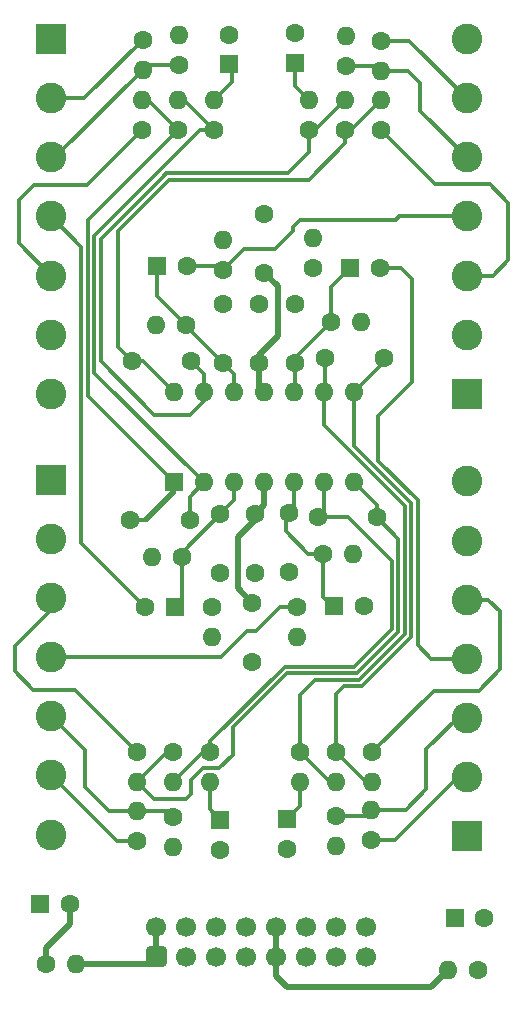
<source format=gbr>
%TF.GenerationSoftware,KiCad,Pcbnew,(5.1.7)-1*%
%TF.CreationDate,2020-11-12T11:31:23+03:00*%
%TF.ProjectId,stomp adapter,73746f6d-7020-4616-9461-707465722e6b,rev?*%
%TF.SameCoordinates,Original*%
%TF.FileFunction,Copper,L1,Top*%
%TF.FilePolarity,Positive*%
%FSLAX46Y46*%
G04 Gerber Fmt 4.6, Leading zero omitted, Abs format (unit mm)*
G04 Created by KiCad (PCBNEW (5.1.7)-1) date 2020-11-12 11:31:23*
%MOMM*%
%LPD*%
G01*
G04 APERTURE LIST*
%TA.AperFunction,ComponentPad*%
%ADD10C,1.600000*%
%TD*%
%TA.AperFunction,ComponentPad*%
%ADD11R,1.600000X1.600000*%
%TD*%
%TA.AperFunction,ComponentPad*%
%ADD12C,2.600000*%
%TD*%
%TA.AperFunction,ComponentPad*%
%ADD13R,2.600000X2.600000*%
%TD*%
%TA.AperFunction,ComponentPad*%
%ADD14C,1.700000*%
%TD*%
%TA.AperFunction,ComponentPad*%
%ADD15O,1.600000X1.600000*%
%TD*%
%TA.AperFunction,Conductor*%
%ADD16C,0.350000*%
%TD*%
%TA.AperFunction,Conductor*%
%ADD17C,0.500000*%
%TD*%
%TA.AperFunction,Conductor*%
%ADD18C,0.250000*%
%TD*%
G04 APERTURE END LIST*
D10*
%TO.P,C17,2*%
%TO.N,Net-(C17-Pad2)*%
X36510000Y-106020000D03*
D11*
%TO.P,C17,1*%
%TO.N,GND*%
X34010000Y-106020000D03*
%TD*%
D10*
%TO.P,C4,2*%
%TO.N,Net-(C4-Pad2)*%
X46410000Y-51990000D03*
D11*
%TO.P,C4,1*%
%TO.N,Net-(C12-Pad1)*%
X43910000Y-51990000D03*
%TD*%
D10*
%TO.P,C7,2*%
%TO.N,GND*%
X54910000Y-101310000D03*
D11*
%TO.P,C7,1*%
%TO.N,Net-(C7-Pad1)*%
X54910000Y-98810000D03*
%TD*%
D10*
%TO.P,C5,2*%
%TO.N,GND*%
X49990000Y-32390000D03*
D11*
%TO.P,C5,1*%
%TO.N,Net-(C5-Pad1)*%
X49990000Y-34890000D03*
%TD*%
D10*
%TO.P,C1,2*%
%TO.N,Net-(C1-Pad2)*%
X42900000Y-80890000D03*
D11*
%TO.P,C1,1*%
%TO.N,Net-(C1-Pad1)*%
X45400000Y-80890000D03*
%TD*%
D10*
%TO.P,C20,2*%
%TO.N,GND*%
X71600000Y-107200000D03*
D11*
%TO.P,C20,1*%
%TO.N,Net-(C20-Pad1)*%
X69100000Y-107200000D03*
%TD*%
D10*
%TO.P,C3,2*%
%TO.N,Net-(C3-Pad2)*%
X62740000Y-52150000D03*
D11*
%TO.P,C3,1*%
%TO.N,Net-(C11-Pad1)*%
X60240000Y-52150000D03*
%TD*%
D10*
%TO.P,C8,2*%
%TO.N,GND*%
X55620000Y-32280000D03*
D11*
%TO.P,C8,1*%
%TO.N,Net-(C8-Pad1)*%
X55620000Y-34780000D03*
%TD*%
D10*
%TO.P,C6,2*%
%TO.N,GND*%
X49260000Y-101390000D03*
D11*
%TO.P,C6,1*%
%TO.N,Net-(C6-Pad1)*%
X49260000Y-98890000D03*
%TD*%
D10*
%TO.P,C2,2*%
%TO.N,Net-(C2-Pad2)*%
X61380000Y-80780000D03*
D11*
%TO.P,C2,1*%
%TO.N,Net-(C10-Pad1)*%
X58880000Y-80780000D03*
%TD*%
D12*
%TO.P,J13,7*%
%TO.N,GND*%
X34930000Y-62790000D03*
%TO.P,J13,6*%
%TO.N,Net-(J13-Pad6)*%
X34930000Y-57790000D03*
%TO.P,J13,5*%
%TO.N,Net-(J13-Pad5)*%
X34930000Y-52790000D03*
%TO.P,J13,4*%
%TO.N,Net-(C1-Pad2)*%
X34930000Y-47790000D03*
%TO.P,J13,3*%
%TO.N,Net-(J13-Pad3)*%
X34930000Y-42790000D03*
%TO.P,J13,2*%
%TO.N,Net-(J13-Pad2)*%
X34930000Y-37790000D03*
D13*
%TO.P,J13,1*%
%TO.N,Net-(J1-PadT)*%
X34930000Y-32790000D03*
%TD*%
%TO.P,J14,1*%
%TO.N,GND*%
X34930000Y-70120000D03*
D12*
%TO.P,J14,2*%
%TO.N,Net-(J14-Pad2)*%
X34930000Y-75120000D03*
%TO.P,J14,3*%
%TO.N,Net-(J14-Pad3)*%
X34930000Y-80120000D03*
%TO.P,J14,4*%
%TO.N,Net-(C2-Pad2)*%
X34930000Y-85120000D03*
%TO.P,J14,5*%
%TO.N,Net-(J14-Pad5)*%
X34930000Y-90120000D03*
%TO.P,J14,6*%
%TO.N,Net-(J14-Pad6)*%
X34930000Y-95120000D03*
%TO.P,J14,7*%
%TO.N,Net-(J14-Pad7)*%
X34930000Y-100120000D03*
%TD*%
%TO.P,J15,7*%
%TO.N,GND*%
X70120000Y-70230000D03*
%TO.P,J15,6*%
%TO.N,Net-(J15-Pad6)*%
X70120000Y-75230000D03*
%TO.P,J15,5*%
%TO.N,Net-(J15-Pad5)*%
X70120000Y-80230000D03*
%TO.P,J15,4*%
%TO.N,Net-(C3-Pad2)*%
X70120000Y-85230000D03*
%TO.P,J15,3*%
%TO.N,Net-(J15-Pad3)*%
X70120000Y-90230000D03*
%TO.P,J15,2*%
%TO.N,Net-(J15-Pad2)*%
X70120000Y-95230000D03*
D13*
%TO.P,J15,1*%
%TO.N,Net-(J15-Pad1)*%
X70120000Y-100230000D03*
%TD*%
%TO.P,J16,1*%
%TO.N,GND*%
X70120000Y-62790000D03*
D12*
%TO.P,J16,2*%
%TO.N,Net-(J16-Pad2)*%
X70120000Y-57790000D03*
%TO.P,J16,3*%
%TO.N,Net-(J16-Pad3)*%
X70120000Y-52790000D03*
%TO.P,J16,4*%
%TO.N,Net-(C4-Pad2)*%
X70120000Y-47790000D03*
%TO.P,J16,5*%
%TO.N,Net-(J16-Pad5)*%
X70120000Y-42790000D03*
%TO.P,J16,6*%
%TO.N,Net-(J16-Pad6)*%
X70120000Y-37790000D03*
%TO.P,J16,7*%
%TO.N,Net-(J16-Pad7)*%
X70120000Y-32790000D03*
%TD*%
D10*
%TO.P,C9,2*%
%TO.N,GND*%
X49230000Y-78000000D03*
%TO.P,C9,1*%
%TO.N,Net-(C1-Pad1)*%
X49230000Y-73000000D03*
%TD*%
%TO.P,C10,2*%
%TO.N,GND*%
X55040000Y-77910000D03*
%TO.P,C10,1*%
%TO.N,Net-(C10-Pad1)*%
X55040000Y-72910000D03*
%TD*%
%TO.P,C11,2*%
%TO.N,GND*%
X55560000Y-55200000D03*
%TO.P,C11,1*%
%TO.N,Net-(C11-Pad1)*%
X55560000Y-60200000D03*
%TD*%
%TO.P,C12,1*%
%TO.N,Net-(C12-Pad1)*%
X49510000Y-60220000D03*
%TO.P,C12,2*%
%TO.N,GND*%
X49510000Y-55220000D03*
%TD*%
%TO.P,C13,1*%
%TO.N,Net-(C13-Pad1)*%
X41650000Y-73500000D03*
%TO.P,C13,2*%
%TO.N,Net-(C13-Pad2)*%
X46650000Y-73500000D03*
%TD*%
%TO.P,C14,1*%
%TO.N,Net-(C14-Pad1)*%
X62500000Y-73270000D03*
%TO.P,C14,2*%
%TO.N,Net-(C14-Pad2)*%
X57500000Y-73270000D03*
%TD*%
%TO.P,C15,1*%
%TO.N,Net-(C15-Pad1)*%
X63140000Y-59760000D03*
%TO.P,C15,2*%
%TO.N,Net-(C15-Pad2)*%
X58140000Y-59760000D03*
%TD*%
%TO.P,C16,1*%
%TO.N,Net-(C16-Pad1)*%
X41790000Y-60050000D03*
%TO.P,C16,2*%
%TO.N,Net-(C16-Pad2)*%
X46790000Y-60050000D03*
%TD*%
%TO.P,C18,2*%
%TO.N,Net-(C17-Pad2)*%
X52990000Y-52560000D03*
%TO.P,C18,1*%
%TO.N,GND*%
X52990000Y-47560000D03*
%TD*%
%TO.P,C19,2*%
%TO.N,Net-(C17-Pad2)*%
X52550000Y-60230000D03*
%TO.P,C19,1*%
%TO.N,GND*%
X52550000Y-55230000D03*
%TD*%
%TO.P,C21,1*%
%TO.N,Net-(C20-Pad1)*%
X51940000Y-80490000D03*
%TO.P,C21,2*%
%TO.N,GND*%
X51940000Y-85490000D03*
%TD*%
%TO.P,C22,2*%
%TO.N,GND*%
X52200000Y-77980000D03*
%TO.P,C22,1*%
%TO.N,Net-(C20-Pad1)*%
X52200000Y-72980000D03*
%TD*%
%TO.P,P1,1*%
%TO.N,-12V*%
%TA.AperFunction,ComponentPad*%
G36*
G01*
X44450000Y-111300000D02*
X43250000Y-111300000D01*
G75*
G02*
X43000000Y-111050000I0J250000D01*
G01*
X43000000Y-109850000D01*
G75*
G02*
X43250000Y-109600000I250000J0D01*
G01*
X44450000Y-109600000D01*
G75*
G02*
X44700000Y-109850000I0J-250000D01*
G01*
X44700000Y-111050000D01*
G75*
G02*
X44450000Y-111300000I-250000J0D01*
G01*
G37*
%TD.AperFunction*%
D14*
%TO.P,P1,3*%
%TO.N,GND*%
X46390000Y-110450000D03*
%TO.P,P1,5*%
X48930000Y-110450000D03*
%TO.P,P1,7*%
X51470000Y-110450000D03*
%TO.P,P1,9*%
%TO.N,+12V*%
X54010000Y-110450000D03*
%TO.P,P1,11*%
%TO.N,Net-(P1-Pad11)*%
X56550000Y-110450000D03*
%TO.P,P1,13*%
%TO.N,Net-(P1-Pad13)*%
X59090000Y-110450000D03*
%TO.P,P1,15*%
%TO.N,Net-(P1-Pad15)*%
X61630000Y-110450000D03*
%TO.P,P1,2*%
%TO.N,-12V*%
X43850000Y-107910000D03*
%TO.P,P1,4*%
%TO.N,GND*%
X46390000Y-107910000D03*
%TO.P,P1,6*%
X48930000Y-107910000D03*
%TO.P,P1,8*%
X51470000Y-107910000D03*
%TO.P,P1,10*%
%TO.N,+12V*%
X54010000Y-107910000D03*
%TO.P,P1,12*%
%TO.N,Net-(P1-Pad12)*%
X56550000Y-107910000D03*
%TO.P,P1,14*%
%TO.N,Net-(P1-Pad14)*%
X59090000Y-107910000D03*
%TO.P,P1,16*%
%TO.N,Net-(P1-Pad16)*%
X61630000Y-107910000D03*
%TD*%
D15*
%TO.P,R1,2*%
%TO.N,Net-(J13-Pad3)*%
X42670000Y-35390000D03*
D10*
%TO.P,R1,1*%
%TO.N,Net-(J13-Pad2)*%
X42670000Y-32850000D03*
%TD*%
D15*
%TO.P,R2,2*%
%TO.N,Net-(J14-Pad5)*%
X42210000Y-98170000D03*
D10*
%TO.P,R2,1*%
%TO.N,Net-(J14-Pad6)*%
X42210000Y-100710000D03*
%TD*%
D15*
%TO.P,R3,2*%
%TO.N,Net-(J15-Pad3)*%
X62050000Y-98030000D03*
D10*
%TO.P,R3,1*%
%TO.N,Net-(J15-Pad2)*%
X62050000Y-100570000D03*
%TD*%
%TO.P,R4,1*%
%TO.N,Net-(J16-Pad6)*%
X62890000Y-32920000D03*
D15*
%TO.P,R4,2*%
%TO.N,Net-(J16-Pad5)*%
X62890000Y-35460000D03*
%TD*%
D10*
%TO.P,R5,1*%
%TO.N,Net-(J13-Pad3)*%
X45790000Y-34930000D03*
D15*
%TO.P,R5,2*%
%TO.N,GND*%
X45790000Y-32390000D03*
%TD*%
D10*
%TO.P,R6,1*%
%TO.N,Net-(J14-Pad5)*%
X45240000Y-98620000D03*
D15*
%TO.P,R6,2*%
%TO.N,GND*%
X45240000Y-101160000D03*
%TD*%
D10*
%TO.P,R7,1*%
%TO.N,Net-(J15-Pad3)*%
X59030000Y-98510000D03*
D15*
%TO.P,R7,2*%
%TO.N,GND*%
X59030000Y-101050000D03*
%TD*%
%TO.P,R8,2*%
%TO.N,GND*%
X59870000Y-32470000D03*
D10*
%TO.P,R8,1*%
%TO.N,Net-(J16-Pad5)*%
X59870000Y-35010000D03*
%TD*%
D15*
%TO.P,R9,2*%
%TO.N,GND*%
X48530000Y-83420000D03*
D10*
%TO.P,R9,1*%
%TO.N,Net-(C1-Pad2)*%
X48530000Y-80880000D03*
%TD*%
D15*
%TO.P,R10,2*%
%TO.N,GND*%
X55780000Y-83390000D03*
D10*
%TO.P,R10,1*%
%TO.N,Net-(C2-Pad2)*%
X55780000Y-80850000D03*
%TD*%
D15*
%TO.P,R11,2*%
%TO.N,GND*%
X57130000Y-49650000D03*
D10*
%TO.P,R11,1*%
%TO.N,Net-(C3-Pad2)*%
X57130000Y-52190000D03*
%TD*%
%TO.P,R12,1*%
%TO.N,Net-(C4-Pad2)*%
X49520000Y-52320000D03*
D15*
%TO.P,R12,2*%
%TO.N,GND*%
X49520000Y-49780000D03*
%TD*%
D10*
%TO.P,R13,1*%
%TO.N,Net-(C1-Pad1)*%
X45980000Y-76630000D03*
D15*
%TO.P,R13,2*%
%TO.N,GND*%
X43440000Y-76630000D03*
%TD*%
D10*
%TO.P,R14,1*%
%TO.N,Net-(C10-Pad1)*%
X57980000Y-76390000D03*
D15*
%TO.P,R14,2*%
%TO.N,GND*%
X60520000Y-76390000D03*
%TD*%
D10*
%TO.P,R15,1*%
%TO.N,Net-(C11-Pad1)*%
X58610000Y-56710000D03*
D15*
%TO.P,R15,2*%
%TO.N,GND*%
X61150000Y-56710000D03*
%TD*%
%TO.P,R16,2*%
%TO.N,GND*%
X43790000Y-56970000D03*
D10*
%TO.P,R16,1*%
%TO.N,Net-(C12-Pad1)*%
X46330000Y-56970000D03*
%TD*%
D15*
%TO.P,R17,2*%
%TO.N,Net-(C5-Pad1)*%
X48740000Y-37920000D03*
D10*
%TO.P,R17,1*%
%TO.N,Net-(C13-Pad2)*%
X48740000Y-40460000D03*
%TD*%
%TO.P,R18,1*%
%TO.N,Net-(C14-Pad2)*%
X48360000Y-93160000D03*
D15*
%TO.P,R18,2*%
%TO.N,Net-(C6-Pad1)*%
X48360000Y-95700000D03*
%TD*%
%TO.P,R19,2*%
%TO.N,Net-(C7-Pad1)*%
X56000000Y-95700000D03*
D10*
%TO.P,R19,1*%
%TO.N,Net-(C15-Pad2)*%
X56000000Y-93160000D03*
%TD*%
%TO.P,R20,1*%
%TO.N,Net-(C16-Pad2)*%
X56760000Y-40450000D03*
D15*
%TO.P,R20,2*%
%TO.N,Net-(C8-Pad1)*%
X56760000Y-37910000D03*
%TD*%
D10*
%TO.P,R21,1*%
%TO.N,Net-(C13-Pad1)*%
X45710000Y-40450000D03*
D15*
%TO.P,R21,2*%
%TO.N,Net-(C13-Pad2)*%
X45710000Y-37910000D03*
%TD*%
%TO.P,R22,2*%
%TO.N,Net-(C14-Pad2)*%
X45280000Y-95700000D03*
D10*
%TO.P,R22,1*%
%TO.N,Net-(C14-Pad1)*%
X45280000Y-93160000D03*
%TD*%
%TO.P,R23,1*%
%TO.N,Net-(C15-Pad1)*%
X59040000Y-93160000D03*
D15*
%TO.P,R23,2*%
%TO.N,Net-(C15-Pad2)*%
X59040000Y-95700000D03*
%TD*%
%TO.P,R24,2*%
%TO.N,Net-(C16-Pad2)*%
X59810000Y-37920000D03*
D10*
%TO.P,R24,1*%
%TO.N,Net-(C16-Pad1)*%
X59810000Y-40460000D03*
%TD*%
D15*
%TO.P,R25,2*%
%TO.N,Net-(C13-Pad1)*%
X42660000Y-37900000D03*
D10*
%TO.P,R25,1*%
%TO.N,Net-(J13-Pad5)*%
X42660000Y-40440000D03*
%TD*%
D15*
%TO.P,R26,2*%
%TO.N,Net-(C14-Pad1)*%
X42230000Y-95690000D03*
D10*
%TO.P,R26,1*%
%TO.N,Net-(J14-Pad3)*%
X42230000Y-93150000D03*
%TD*%
%TO.P,R27,1*%
%TO.N,Net-(J15-Pad5)*%
X62090000Y-93160000D03*
D15*
%TO.P,R27,2*%
%TO.N,Net-(C15-Pad1)*%
X62090000Y-95700000D03*
%TD*%
D10*
%TO.P,R28,1*%
%TO.N,Net-(J16-Pad3)*%
X62860000Y-40460000D03*
D15*
%TO.P,R28,2*%
%TO.N,Net-(C16-Pad1)*%
X62860000Y-37920000D03*
%TD*%
%TO.P,R29,2*%
%TO.N,-12V*%
X37000000Y-111060000D03*
D10*
%TO.P,R29,1*%
%TO.N,Net-(C17-Pad2)*%
X34460000Y-111060000D03*
%TD*%
%TO.P,R30,1*%
%TO.N,Net-(C20-Pad1)*%
X71110000Y-111560000D03*
D15*
%TO.P,R30,2*%
%TO.N,+12V*%
X68570000Y-111560000D03*
%TD*%
D11*
%TO.P,U1,1*%
%TO.N,Net-(C13-Pad1)*%
X45320000Y-70310000D03*
D15*
%TO.P,U1,8*%
%TO.N,Net-(C15-Pad1)*%
X60560000Y-62690000D03*
%TO.P,U1,2*%
%TO.N,Net-(C13-Pad2)*%
X47860000Y-70310000D03*
%TO.P,U1,9*%
%TO.N,Net-(C15-Pad2)*%
X58020000Y-62690000D03*
%TO.P,U1,3*%
%TO.N,Net-(C1-Pad1)*%
X50400000Y-70310000D03*
%TO.P,U1,10*%
%TO.N,Net-(C11-Pad1)*%
X55480000Y-62690000D03*
%TO.P,U1,4*%
%TO.N,Net-(C20-Pad1)*%
X52940000Y-70310000D03*
%TO.P,U1,11*%
%TO.N,Net-(C17-Pad2)*%
X52940000Y-62690000D03*
%TO.P,U1,5*%
%TO.N,Net-(C10-Pad1)*%
X55480000Y-70310000D03*
%TO.P,U1,12*%
%TO.N,Net-(C12-Pad1)*%
X50400000Y-62690000D03*
%TO.P,U1,6*%
%TO.N,Net-(C14-Pad2)*%
X58020000Y-70310000D03*
%TO.P,U1,13*%
%TO.N,Net-(C16-Pad2)*%
X47860000Y-62690000D03*
%TO.P,U1,7*%
%TO.N,Net-(C14-Pad1)*%
X60560000Y-70310000D03*
%TO.P,U1,14*%
%TO.N,Net-(C16-Pad1)*%
X45320000Y-62690000D03*
%TD*%
D16*
%TO.N,Net-(C1-Pad2)*%
X37479967Y-75469967D02*
X42900000Y-80890000D01*
X37479967Y-50339967D02*
X37479967Y-75469967D01*
X34930000Y-47790000D02*
X37479967Y-50339967D01*
%TO.N,Net-(C1-Pad1)*%
X50400000Y-71830000D02*
X49230000Y-73000000D01*
X50400000Y-70310000D02*
X50400000Y-71830000D01*
X45980000Y-76250000D02*
X45980000Y-76630000D01*
X49230000Y-73000000D02*
X45980000Y-76250000D01*
X45980000Y-80310000D02*
X45400000Y-80890000D01*
X45980000Y-76630000D02*
X45980000Y-80310000D01*
%TO.N,Net-(C2-Pad2)*%
X55780000Y-80850000D02*
X54320000Y-80850000D01*
X54320000Y-80850000D02*
X52250000Y-82920000D01*
X51530000Y-82920000D02*
X49330000Y-85120000D01*
X52250000Y-82920000D02*
X51530000Y-82920000D01*
X34930000Y-85120000D02*
X49330000Y-85120000D01*
%TO.N,Net-(C10-Pad1)*%
X55480000Y-72180000D02*
X54790000Y-72870000D01*
X55480000Y-70310000D02*
X55480000Y-72180000D01*
X54790000Y-72870000D02*
X54790000Y-74460000D01*
X56720000Y-76390000D02*
X57980000Y-76390000D01*
X54790000Y-74460000D02*
X56720000Y-76390000D01*
X57980000Y-79980000D02*
X58730000Y-80730000D01*
X57980000Y-76390000D02*
X57980000Y-79980000D01*
%TO.N,Net-(C11-Pad1)*%
X55560000Y-62610000D02*
X55480000Y-62690000D01*
X55560000Y-60200000D02*
X55560000Y-62610000D01*
X55560000Y-59760000D02*
X55560000Y-60200000D01*
X58610000Y-56710000D02*
X55560000Y-59760000D01*
X58610000Y-53780000D02*
X60240000Y-52150000D01*
X58610000Y-56710000D02*
X58610000Y-53780000D01*
%TO.N,Net-(C3-Pad2)*%
X62740000Y-52150000D02*
X64580000Y-52150000D01*
X64580000Y-52150000D02*
X65480000Y-53050000D01*
X65480000Y-53050000D02*
X65480000Y-61810000D01*
X62630000Y-64660000D02*
X62630000Y-68504339D01*
X65480000Y-61810000D02*
X62630000Y-64660000D01*
X62630000Y-68504339D02*
X65950041Y-71824379D01*
X65950041Y-71824379D02*
X65950041Y-84060041D01*
X67120000Y-85230000D02*
X69360000Y-85230000D01*
X65950041Y-84060041D02*
X67120000Y-85230000D01*
%TO.N,Net-(C4-Pad2)*%
X49190000Y-51990000D02*
X49520000Y-52320000D01*
X46410000Y-51990000D02*
X49190000Y-51990000D01*
X51270000Y-50570000D02*
X49520000Y-52320000D01*
X53890000Y-50570000D02*
X51270000Y-50570000D01*
X55430000Y-48670000D02*
X55430000Y-49030000D01*
X56020000Y-48080000D02*
X55430000Y-48670000D01*
X64100000Y-48080000D02*
X56020000Y-48080000D01*
X64390000Y-47790000D02*
X64100000Y-48080000D01*
X55430000Y-49030000D02*
X53890000Y-50570000D01*
X70120000Y-47790000D02*
X64390000Y-47790000D01*
%TO.N,Net-(C12-Pad1)*%
X50400000Y-61110000D02*
X49510000Y-60220000D01*
X50400000Y-62690000D02*
X50400000Y-61110000D01*
X46330000Y-57040000D02*
X46330000Y-56970000D01*
X49510000Y-60220000D02*
X46330000Y-57040000D01*
X43910000Y-54550000D02*
X46330000Y-56970000D01*
X43910000Y-51990000D02*
X43910000Y-54550000D01*
%TO.N,Net-(C5-Pad1)*%
X50280000Y-36380000D02*
X48740000Y-37920000D01*
X50280000Y-34860000D02*
X50280000Y-36380000D01*
%TO.N,Net-(C6-Pad1)*%
X48360000Y-95700000D02*
X48360000Y-97240000D01*
X48360000Y-97990000D02*
X49260000Y-98890000D01*
X48360000Y-95700000D02*
X48360000Y-97990000D01*
%TO.N,Net-(C7-Pad1)*%
X56000000Y-97720000D02*
X54910000Y-98810000D01*
X56000000Y-95700000D02*
X56000000Y-97720000D01*
%TO.N,Net-(C8-Pad1)*%
X55620000Y-36770000D02*
X56760000Y-37910000D01*
X55620000Y-34780000D02*
X55620000Y-36770000D01*
%TO.N,Net-(C13-Pad1)*%
X43160000Y-37900000D02*
X42660000Y-37900000D01*
X45710000Y-40450000D02*
X43160000Y-37900000D01*
X45320000Y-70930000D02*
X45320000Y-70310000D01*
X42790000Y-73460000D02*
X45320000Y-70930000D01*
X45320000Y-70310000D02*
X45320000Y-71230000D01*
X43050000Y-73500000D02*
X41650000Y-73500000D01*
X45320000Y-71230000D02*
X43050000Y-73500000D01*
X38029978Y-63019978D02*
X45320000Y-70310000D01*
X45710000Y-40450000D02*
X38029978Y-48130022D01*
X38029978Y-48130022D02*
X38029978Y-63019978D01*
%TO.N,Net-(C13-Pad2)*%
X46190000Y-37910000D02*
X45710000Y-37910000D01*
X48740000Y-40460000D02*
X46190000Y-37910000D01*
X46650000Y-71520000D02*
X47860000Y-70310000D01*
X46650000Y-73500000D02*
X46650000Y-71520000D01*
X38579989Y-61029989D02*
X38579989Y-49454348D01*
X47860000Y-70310000D02*
X38579989Y-61029989D01*
X47574337Y-40460000D02*
X48740000Y-40460000D01*
X38579989Y-49454348D02*
X47574337Y-40460000D01*
%TO.N,Net-(C14-Pad1)*%
X44760000Y-93160000D02*
X45280000Y-93160000D01*
X42230000Y-95690000D02*
X44760000Y-93160000D01*
X62500000Y-72250000D02*
X62500000Y-73270000D01*
X60560000Y-70310000D02*
X62500000Y-72250000D01*
X64300011Y-75070011D02*
X62500000Y-73270000D01*
X64300011Y-82947822D02*
X64300011Y-75070011D01*
X60787822Y-86460011D02*
X64300011Y-82947822D01*
X49155001Y-94524999D02*
X50320000Y-93360000D01*
X46340000Y-97100000D02*
X46775499Y-96664501D01*
X54917821Y-86460011D02*
X60787822Y-86460011D01*
X47795999Y-94524999D02*
X49155001Y-94524999D01*
X46775499Y-96664501D02*
X46775499Y-95545499D01*
X43640000Y-97100000D02*
X46340000Y-97100000D01*
X46775499Y-95545499D02*
X47795999Y-94524999D01*
X42230000Y-95690000D02*
X43640000Y-97100000D01*
X50320000Y-93360000D02*
X50320000Y-91057832D01*
X50320000Y-91057832D02*
X54917821Y-86460011D01*
%TO.N,Net-(C14-Pad2)*%
X47820000Y-93160000D02*
X48360000Y-93160000D01*
X45280000Y-95700000D02*
X47820000Y-93160000D01*
X58020000Y-72750000D02*
X57500000Y-73270000D01*
X58020000Y-70310000D02*
X58020000Y-72750000D01*
X48360000Y-92240000D02*
X48360000Y-93160000D01*
X60560000Y-85910000D02*
X54690000Y-85910000D01*
X63750000Y-82720000D02*
X60560000Y-85910000D01*
X63750000Y-76960000D02*
X63750000Y-82720000D01*
X54690000Y-85910000D02*
X48360000Y-92240000D01*
X57500000Y-73270000D02*
X60060000Y-73270000D01*
X60060000Y-73270000D02*
X63750000Y-76960000D01*
%TO.N,Net-(C15-Pad2)*%
X58540000Y-95700000D02*
X59040000Y-95700000D01*
X56000000Y-93160000D02*
X58540000Y-95700000D01*
X58140000Y-62570000D02*
X58020000Y-62690000D01*
X58140000Y-59760000D02*
X58140000Y-62570000D01*
X56000000Y-88310000D02*
X56000000Y-93160000D01*
X61015643Y-87010020D02*
X57299980Y-87010020D01*
X64850021Y-83175643D02*
X61015643Y-87010020D01*
X57299980Y-87010020D02*
X56000000Y-88310000D01*
X64850021Y-72280021D02*
X64850021Y-83175643D01*
X58020000Y-65450000D02*
X64850021Y-72280021D01*
X58020000Y-62690000D02*
X58020000Y-65450000D01*
%TO.N,Net-(C15-Pad1)*%
X61580000Y-95700000D02*
X62090000Y-95700000D01*
X59040000Y-93160000D02*
X61580000Y-95700000D01*
X63140000Y-60110000D02*
X63140000Y-59760000D01*
X60560000Y-62690000D02*
X63140000Y-60110000D01*
X60560000Y-67212170D02*
X60560000Y-62690000D01*
X65400031Y-72052200D02*
X60560000Y-67212170D01*
X65400031Y-83403464D02*
X65400031Y-72052200D01*
X62500000Y-86303493D02*
X65400031Y-83403464D01*
X61243464Y-87560030D02*
X62500000Y-86303493D01*
X59690000Y-87560030D02*
X61243464Y-87560030D01*
X59040000Y-88210030D02*
X59690000Y-87560030D01*
X59040000Y-93160000D02*
X59040000Y-88210030D01*
%TO.N,Net-(C16-Pad2)*%
X57280000Y-40450000D02*
X56760000Y-40450000D01*
X59810000Y-37920000D02*
X57280000Y-40450000D01*
X47860000Y-61120000D02*
X46790000Y-60050000D01*
X47860000Y-62690000D02*
X47860000Y-61120000D01*
X47860000Y-63450000D02*
X47860000Y-62690000D01*
X46730000Y-64580000D02*
X47860000Y-63450000D01*
X43650000Y-64580000D02*
X46730000Y-64580000D01*
X39130000Y-60060000D02*
X43650000Y-64580000D01*
X39130000Y-49682170D02*
X39130000Y-60060000D01*
X44369990Y-44442180D02*
X39130000Y-49682170D01*
X44692179Y-44119990D02*
X44369990Y-44442180D01*
X54950000Y-44119990D02*
X44692179Y-44119990D01*
X56760000Y-42309990D02*
X54950000Y-44119990D01*
X56760000Y-40450000D02*
X56760000Y-42309990D01*
%TO.N,Net-(C16-Pad1)*%
X60320000Y-40460000D02*
X59810000Y-40460000D01*
X62860000Y-37920000D02*
X60320000Y-40460000D01*
X42680000Y-60050000D02*
X41790000Y-60050000D01*
X45320000Y-62690000D02*
X42680000Y-60050000D01*
X59810000Y-41610000D02*
X59810000Y-40460000D01*
X56750000Y-44670000D02*
X59810000Y-41610000D01*
X44920000Y-44670000D02*
X56750000Y-44670000D01*
X40590020Y-48999980D02*
X44920000Y-44670000D01*
X40590020Y-58850020D02*
X40590020Y-48999980D01*
X41790000Y-60050000D02*
X40590020Y-58850020D01*
D17*
%TO.N,Net-(C17-Pad2)*%
X52990000Y-52560000D02*
X54150000Y-53720000D01*
X54150000Y-53720000D02*
X54150000Y-57890000D01*
X52550000Y-59490000D02*
X52550000Y-60230000D01*
X54150000Y-57890000D02*
X52550000Y-59490000D01*
X52550000Y-62300000D02*
X52940000Y-62690000D01*
X52550000Y-60230000D02*
X52550000Y-62300000D01*
X34460000Y-111060000D02*
X34460000Y-109720000D01*
X36510000Y-107670000D02*
X36510000Y-106020000D01*
X34460000Y-109720000D02*
X36510000Y-107670000D01*
%TO.N,Net-(C20-Pad1)*%
X52940000Y-72240000D02*
X52200000Y-72980000D01*
X52940000Y-70310000D02*
X52940000Y-72240000D01*
X51940000Y-80490000D02*
X50710000Y-79260000D01*
X50710000Y-79260000D02*
X50710000Y-74950000D01*
X52200000Y-73460000D02*
X52200000Y-72980000D01*
X50710000Y-74950000D02*
X52200000Y-73460000D01*
D16*
%TO.N,Net-(J13-Pad2)*%
X37730000Y-37790000D02*
X42670000Y-32850000D01*
X34930000Y-37790000D02*
X37730000Y-37790000D01*
%TO.N,Net-(J13-Pad3)*%
X43130000Y-34930000D02*
X42670000Y-35390000D01*
X45790000Y-34930000D02*
X43130000Y-34930000D01*
X35270000Y-42790000D02*
X34930000Y-42790000D01*
X42670000Y-35390000D02*
X35270000Y-42790000D01*
%TO.N,Net-(J14-Pad3)*%
X42230000Y-93150000D02*
X36930000Y-87850000D01*
X36930000Y-87850000D02*
X33400000Y-87850000D01*
X33400000Y-87850000D02*
X31830000Y-86280000D01*
X31830000Y-86280000D02*
X31830000Y-84200000D01*
X34930000Y-81100000D02*
X34930000Y-80120000D01*
X31830000Y-84200000D02*
X34930000Y-81100000D01*
%TO.N,Net-(J15-Pad2)*%
X64020000Y-100570000D02*
X69360000Y-95230000D01*
X62050000Y-100570000D02*
X64020000Y-100570000D01*
%TO.N,Net-(J15-Pad3)*%
X61570000Y-98510000D02*
X62050000Y-98030000D01*
X59030000Y-98510000D02*
X61570000Y-98510000D01*
X69360000Y-90230000D02*
X66700000Y-92890000D01*
X66700000Y-92890000D02*
X66700000Y-96300000D01*
X64970000Y-98030000D02*
X62050000Y-98030000D01*
X66700000Y-96300000D02*
X64970000Y-98030000D01*
%TO.N,Net-(J16-Pad3)*%
X73610000Y-46620000D02*
X72050000Y-45060000D01*
X67460000Y-45060000D02*
X62860000Y-40460000D01*
X72050000Y-45060000D02*
X67460000Y-45060000D01*
X73610000Y-51500000D02*
X73610000Y-46620000D01*
X72320000Y-52790000D02*
X73610000Y-51500000D01*
X70120000Y-52790000D02*
X72320000Y-52790000D01*
D17*
%TO.N,-12V*%
X43850000Y-107910000D02*
X43850000Y-110450000D01*
X43240000Y-111060000D02*
X43850000Y-110450000D01*
X37000000Y-111060000D02*
X43240000Y-111060000D01*
%TO.N,+12V*%
X54010000Y-107910000D02*
X54010000Y-110450000D01*
X54010000Y-110450000D02*
X54010000Y-112120000D01*
X54010000Y-112120000D02*
X54910000Y-113020000D01*
X67110000Y-113020000D02*
X68570000Y-111560000D01*
X54910000Y-113020000D02*
X67110000Y-113020000D01*
D16*
%TO.N,Net-(J13-Pad5)*%
X42660000Y-40440000D02*
X38000000Y-45100000D01*
X38000000Y-45100000D02*
X33510000Y-45100000D01*
X33510000Y-45100000D02*
X32190000Y-46420000D01*
X32190000Y-50050000D02*
X34930000Y-52790000D01*
X32190000Y-46420000D02*
X32190000Y-50050000D01*
D18*
%TO.N,Net-(J14-Pad5)*%
X42210000Y-98170000D02*
X44790000Y-98170000D01*
X42210000Y-98170000D02*
X39820000Y-98170000D01*
D16*
X34930000Y-90120000D02*
X37770000Y-92960000D01*
X37770000Y-96120000D02*
X39820000Y-98170000D01*
X37770000Y-92960000D02*
X37770000Y-96120000D01*
X44790000Y-98170000D02*
X45240000Y-98620000D01*
X39820000Y-98170000D02*
X44790000Y-98170000D01*
%TO.N,Net-(J14-Pad6)*%
X40520000Y-100710000D02*
X34930000Y-95120000D01*
X42210000Y-100710000D02*
X40520000Y-100710000D01*
%TO.N,Net-(J15-Pad5)*%
X62090000Y-93160000D02*
X67320000Y-87930000D01*
X67320000Y-87930000D02*
X71140000Y-87930000D01*
X71140000Y-87930000D02*
X72960000Y-86110000D01*
X72960000Y-86110000D02*
X72960000Y-81230000D01*
X71960000Y-80230000D02*
X69360000Y-80230000D01*
X72960000Y-81230000D02*
X71960000Y-80230000D01*
%TO.N,Net-(J16-Pad5)*%
X62440000Y-35010000D02*
X62890000Y-35460000D01*
X59870000Y-35010000D02*
X62440000Y-35010000D01*
X62890000Y-35460000D02*
X65170000Y-35460000D01*
X65170000Y-35460000D02*
X66170000Y-36460000D01*
X66170000Y-38840000D02*
X70120000Y-42790000D01*
X66170000Y-36460000D02*
X66170000Y-38840000D01*
%TO.N,Net-(J16-Pad6)*%
X65250000Y-32920000D02*
X70120000Y-37790000D01*
X62890000Y-32920000D02*
X65250000Y-32920000D01*
%TD*%
M02*

</source>
